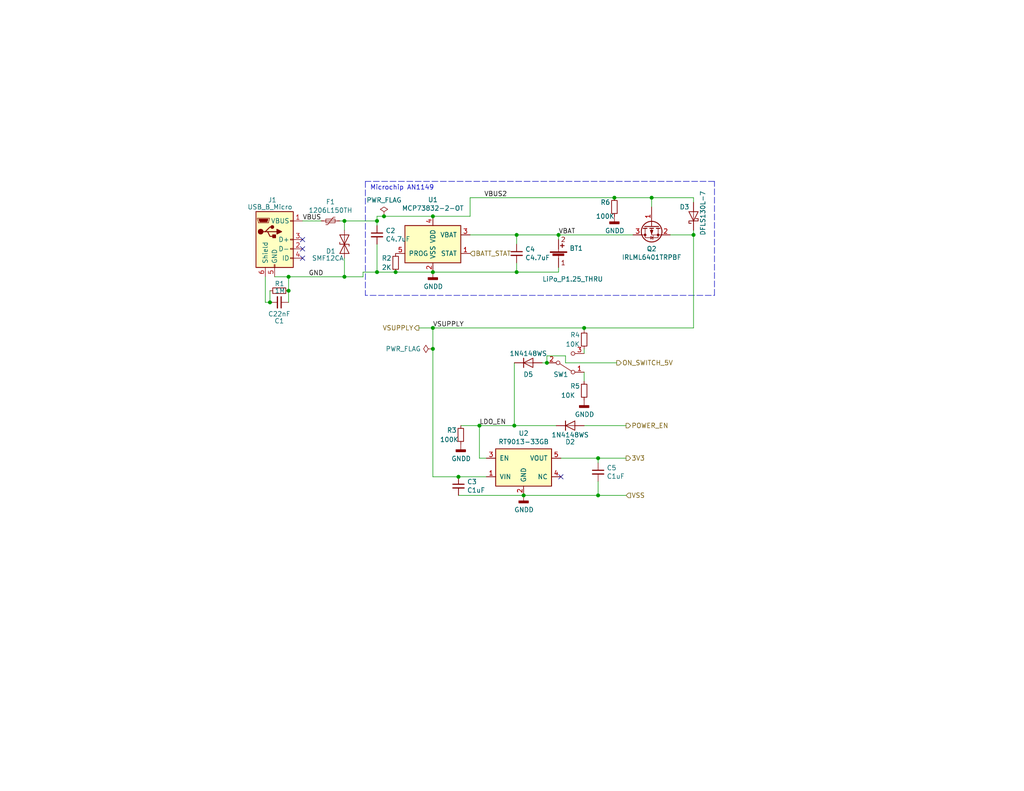
<source format=kicad_sch>
(kicad_sch (version 20210621) (generator eeschema)
  (paper "A")
  (title_block (title "Power and USB") (date "2019-11-10") (rev "A") (company "Justin Alexander"))
  (lib_symbols
    (symbol "Device:R_Small" (pin_numbers hide) (pin_names (offset 0.254) hide)
      (property "Reference" "R" (at 0.762 0.508 0))
      (property "Value" "R_Small" (at 0.762 -1.016 0))
      (symbol "R_Small_0_1"
        (rectangle (start -0.762 1.778) (end 0.762 -1.778) (stroke (width 0.2032)))
      )
      (symbol "R_Small_1_1"
        (pin passive line (at 0 2.54 270) (length 0.762) (name "~") (number "1"))
        (pin passive line (at 0 -2.54 90) (length 0.762) (name "~") (number "2"))
      )
    )
    (symbol "parts-lib:1206L150TH" (pin_numbers hide) (pin_names (offset 0))
      (property "Reference" "F" (at -1.905 0 90))
      (property "Value" "1206L150TH" (at 1.905 0 90))
      (symbol "1206L150TH_0_1"
        (rectangle (start -0.508 1.27) (end 0.508 -1.27))
        (polyline (pts (xy 0 2.54) (xy 0 -2.54)))
        (polyline (pts (xy -1.016 1.27) (xy -1.016 0.762) (xy 1.016 -0.762) (xy 1.016 -1.27)))
      )
      (symbol "1206L150TH_1_1"
        (pin passive line (at 0 2.54 270) (length 0.635) (name "~") (number "1"))
        (pin passive line (at 0 -2.54 90) (length 0.635) (name "~") (number "2"))
      )
    )
    (symbol "parts-lib:1N4148WS" (pin_numbers hide) (pin_names (offset 1.016) hide)
      (property "Reference" "D" (at 0 2.54 0))
      (property "Value" "1N4148WS" (at 0 -2.54 0))
      (symbol "1N4148WS_0_1"
        (polyline (pts (xy -1.27 1.27) (xy -1.27 -1.27)) (stroke (width 0.254)))
        (polyline (pts (xy 1.27 0) (xy -1.27 0)))
        (polyline (pts (xy 1.27 1.27) (xy 1.27 -1.27) (xy -1.27 0) (xy 1.27 1.27)) (stroke (width 0.2032)))
      )
      (symbol "1N4148WS_1_1"
        (pin passive line (at -3.81 0 0) (length 2.54) (name "K") (number "1"))
        (pin passive line (at 3.81 0 180) (length 2.54) (name "A") (number "2"))
      )
    )
    (symbol "parts-lib:C1uF" (pin_numbers hide) (pin_names (offset 0.254) hide)
      (property "Reference" "C" (at 0.254 1.778 0))
      (property "Value" "C1uF" (at 0.254 -2.032 0))
      (symbol "C1uF_0_1"
        (polyline (pts (xy -1.524 -0.508) (xy 1.524 -0.508)) (stroke (width 0.3302)))
        (polyline (pts (xy -1.524 0.508) (xy 1.524 0.508)) (stroke (width 0.3048)))
      )
      (symbol "C1uF_1_1"
        (pin passive line (at 0 2.54 270) (length 2.032) (name "~") (number "1"))
        (pin passive line (at 0 -2.54 90) (length 2.032) (name "~") (number "2"))
      )
    )
    (symbol "parts-lib:C22nF" (pin_numbers hide) (pin_names (offset 0.254) hide)
      (property "Reference" "C" (at 0.254 1.778 0))
      (property "Value" "C22nF" (at 0.254 -2.032 0))
      (symbol "C22nF_0_1"
        (polyline (pts (xy -1.524 -0.508) (xy 1.524 -0.508)) (stroke (width 0.3302)))
        (polyline (pts (xy -1.524 0.508) (xy 1.524 0.508)) (stroke (width 0.3048)))
      )
      (symbol "C22nF_1_1"
        (pin passive line (at 0 2.54 270) (length 2.032) (name "~") (number "1"))
        (pin passive line (at 0 -2.54 90) (length 2.032) (name "~") (number "2"))
      )
    )
    (symbol "parts-lib:C4.7uF" (pin_numbers hide) (pin_names (offset 0.254) hide)
      (property "Reference" "C" (at 0.254 1.778 0))
      (property "Value" "C4.7uF" (at 0.254 -2.032 0))
      (symbol "C4.7uF_0_1"
        (polyline (pts (xy -1.524 -0.508) (xy 1.524 -0.508)) (stroke (width 0.3302)))
        (polyline (pts (xy -1.524 0.508) (xy 1.524 0.508)) (stroke (width 0.3048)))
      )
      (symbol "C4.7uF_1_1"
        (pin passive line (at 0 2.54 270) (length 2.032) (name "~") (number "1"))
        (pin passive line (at 0 -2.54 90) (length 2.032) (name "~") (number "2"))
      )
    )
    (symbol "parts-lib:DFLS130L-7" (pin_numbers hide) (pin_names (offset 1.016) hide)
      (property "Reference" "D" (at 0 2.54 0))
      (property "Value" "DFLS130L-7" (at 0 -2.54 0))
      (symbol "DFLS130L-7_0_1"
        (polyline (pts (xy 1.27 0) (xy -1.27 0)))
        (polyline (pts (xy 1.27 1.27) (xy 1.27 -1.27) (xy -1.27 0) (xy 1.27 1.27)) (stroke (width 0.2032)))
        (polyline (pts (xy -1.905 0.635) (xy -1.905 1.27) (xy -1.27 1.27) (xy -1.27 -1.27) (xy -0.635 -1.27) (xy -0.635 -0.635)) (stroke (width 0.2032)))
      )
      (symbol "DFLS130L-7_1_1"
        (pin passive line (at -3.81 0 0) (length 2.54) (name "K") (number "1"))
        (pin passive line (at 3.81 0 180) (length 2.54) (name "A") (number "2"))
      )
    )
    (symbol "parts-lib:IRLML6401TRPBF" (pin_names (offset 0) hide)
      (property "Reference" "Q" (at 5.08 1.27 0))
      (property "Value" "IRLML6401TRPBF" (at 5.08 -1.27 0))
      (symbol "IRLML6401TRPBF_0_1"
        (circle (center 1.651 0) (radius 2.8194) (stroke (width 0.254)))
        (circle (center 2.54 -1.778) (radius 0.2794) (fill (type outline)))
        (circle (center 2.54 1.778) (radius 0.2794) (fill (type outline)))
        (polyline (pts (xy 0.0508 0) (xy 0.254 0)))
        (polyline (pts (xy 0.762 -1.778) (xy 2.54 -1.778)))
        (polyline (pts (xy 0.762 -1.27) (xy 0.762 -2.286)) (stroke (width 0.254)))
        (polyline (pts (xy 0.762 0) (xy 2.54 0)))
        (polyline (pts (xy 0.762 0.508) (xy 0.762 -0.508)) (stroke (width 0.254)))
        (polyline (pts (xy 0.762 1.778) (xy 2.54 1.778)))
        (polyline (pts (xy 0.762 2.286) (xy 0.762 1.27)) (stroke (width 0.254)))
        (polyline (pts (xy 2.54 -1.778) (xy 2.54 -2.54)))
        (polyline (pts (xy 2.54 -1.778) (xy 2.54 0)))
        (polyline (pts (xy 2.54 2.54) (xy 2.54 1.778)))
        (polyline (pts (xy 0.254 1.905) (xy 0.254 -1.905) (xy 0.254 -1.905)) (stroke (width 0.254)))
        (polyline (pts (xy 2.54 -1.778) (xy 3.302 -1.778) (xy 3.302 1.778) (xy 2.54 1.778)))
        (polyline (pts (xy 2.794 -0.508) (xy 2.921 -0.381) (xy 3.683 -0.381) (xy 3.81 -0.254)))
        (polyline (pts (xy 3.302 -0.381) (xy 2.921 0.254) (xy 3.683 0.254) (xy 3.302 -0.381)))
        (polyline (pts (xy 2.286 0) (xy 1.27 -0.381) (xy 1.27 0.381) (xy 2.286 0)) (fill (type outline)))
      )
      (symbol "IRLML6401TRPBF_1_1"
        (pin input line (at -5.08 0 0) (length 5.08) (name "G") (number "1"))
        (pin passive line (at 2.54 -5.08 90) (length 2.54) (name "S") (number "2"))
        (pin passive line (at 2.54 5.08 270) (length 2.54) (name "D") (number "3"))
      )
    )
    (symbol "parts-lib:LiPo_P1.25_THRU" (pin_numbers hide) (pin_names (offset 0) hide)
      (property "Reference" "BT" (at 2.54 2.54 0))
      (property "Value" "LiPo_P1.25_THRU" (at 2.54 0 0))
      (symbol "LiPo_P1.25_THRU_0_0"
        (text "1" (at 1.27 -1.27 0) (effects (font (size 1.27 1.27))))
        (text "2" (at 1.27 5.08 0) (effects (font (size 1.27 1.27))))
      )
      (symbol "LiPo_P1.25_THRU_0_1"
        (rectangle (start -2.286 1.778) (end 2.286 1.524) (fill (type outline)))
        (rectangle (start -1.5748 1.1938) (end 1.4732 0.6858) (fill (type outline)))
        (polyline (pts (xy 0 0.762) (xy 0 0)))
        (polyline (pts (xy 0 1.778) (xy 0 2.54)))
        (polyline (pts (xy 0.508 3.429) (xy 1.524 3.429)) (stroke (width 0.254)))
        (polyline (pts (xy 1.016 3.937) (xy 1.016 2.921)) (stroke (width 0.254)))
      )
      (symbol "LiPo_P1.25_THRU_1_1"
        (pin passive line (at 0 -2.54 90) (length 2.54) (name "-") (number "1"))
        (pin passive line (at 0 5.08 270) (length 2.54) (name "+") (number "2"))
      )
    )
    (symbol "parts-lib:MCP73832-2-OT" (pin_names (offset 1.016))
      (property "Reference" "U" (at -7.62 6.35 0))
      (property "Value" "MCP73832-2-OT" (at 1.27 6.35 0))
      (symbol "MCP73832-2-OT_0_1"
        (rectangle (start -7.62 5.08) (end 7.62 -5.08) (stroke (width 0.254)) (fill (type background)))
      )
      (symbol "MCP73832-2-OT_1_1"
        (pin open_collector line (at 10.16 -2.54 180) (length 2.54) (name "STAT") (number "1"))
        (pin power_in line (at 0 -7.62 90) (length 2.54) (name "VSS") (number "2"))
        (pin power_out line (at 10.16 2.54 180) (length 2.54) (name "VBAT") (number "3"))
        (pin power_in line (at 0 7.62 270) (length 2.54) (name "VDD") (number "4"))
        (pin input line (at -10.16 -2.54 0) (length 2.54) (name "PROG") (number "5"))
      )
    )
    (symbol "parts-lib:RT9013-33GB" (pin_names (offset 1.016))
      (property "Reference" "U" (at -7.62 6.35 0))
      (property "Value" "RT9013-33GB" (at 0 6.35 0))
      (symbol "RT9013-33GB_0_1"
        (rectangle (start -7.62 5.08) (end 7.62 -5.08) (stroke (width 0.254)) (fill (type background)))
      )
      (symbol "RT9013-33GB_1_1"
        (pin power_in line (at -10.16 -2.54 0) (length 2.54) (name "VIN") (number "1"))
        (pin power_in line (at 0 -7.62 90) (length 2.54) (name "GND") (number "2"))
        (pin input line (at -10.16 2.54 0) (length 2.54) (name "EN") (number "3"))
        (pin input line (at 10.16 -2.54 180) (length 2.54) (name "NC") (number "4"))
        (pin power_out line (at 10.16 2.54 180) (length 2.54) (name "VOUT") (number "5"))
      )
    )
    (symbol "parts-lib:SMF12CA" (pin_numbers hide) (pin_names (offset 1.016) hide)
      (property "Reference" "D" (at 0 2.54 0))
      (property "Value" "SMF12CA" (at 0 -2.54 0))
      (symbol "SMF12CA_0_1"
        (polyline (pts (xy 1.27 0) (xy -1.27 0)))
        (polyline (pts (xy -2.54 -1.27) (xy 0 0) (xy -2.54 1.27) (xy -2.54 -1.27)) (stroke (width 0.2032)))
        (polyline (pts (xy 0.508 1.27) (xy 0 1.27) (xy 0 -1.27) (xy -0.508 -1.27)) (stroke (width 0.2032)))
        (polyline (pts (xy 2.54 1.27) (xy 2.54 -1.27) (xy 0 0) (xy 2.54 1.27)) (stroke (width 0.2032)))
      )
      (symbol "SMF12CA_1_1"
        (pin passive line (at -3.81 0 0) (length 2.54) (name "A1") (number "1"))
        (pin passive line (at 3.81 0 180) (length 2.54) (name "A2") (number "2"))
      )
    )
    (symbol "parts-lib:SW_SPDT" (pin_names (offset 0) hide)
      (property "Reference" "SW" (at 0 4.318 0))
      (property "Value" "SW_SPDT" (at 0 -5.08 0))
      (symbol "SW_SPDT_0_0"
        (circle (center -2.032 0) (radius 0.508))
        (circle (center 2.032 -2.54) (radius 0.508))
      )
      (symbol "SW_SPDT_0_1"
        (circle (center 2.032 2.54) (radius 0.508))
        (polyline (pts (xy -1.524 0.254) (xy 1.651 2.286)))
      )
      (symbol "SW_SPDT_1_1"
        (pin passive line (at 5.08 2.54 180) (length 2.54) (name "A") (number "1"))
        (pin passive line (at -5.08 0 0) (length 2.54) (name "B") (number "2"))
        (pin passive line (at 5.08 -2.54 180) (length 2.54) (name "C") (number "3"))
      )
    )
    (symbol "parts-lib:USB_B_Micro" (pin_names (offset 1.016))
      (property "Reference" "J" (at -5.08 11.43 0))
      (property "Value" "USB_B_Micro" (at -5.08 8.89 0))
      (symbol "USB_B_Micro_0_1"
        (circle (center -3.81 2.159) (radius 0.635) (stroke (width 0.254)) (fill (type outline)))
        (circle (center -0.635 3.429) (radius 0.381) (stroke (width 0.254)) (fill (type outline)))
        (rectangle (start -0.127 -7.62) (end 0.127 -6.858))
        (rectangle (start 5.08 -5.207) (end 4.318 -4.953))
        (rectangle (start 5.08 -2.667) (end 4.318 -2.413))
        (rectangle (start 5.08 -0.127) (end 4.318 0.127))
        (rectangle (start 5.08 4.953) (end 4.318 5.207))
        (rectangle (start 0.254 1.27) (end -0.508 0.508) (stroke (width 0.254)) (fill (type outline)))
        (rectangle (start -5.08 -7.62) (end 5.08 7.62) (stroke (width 0.254)) (fill (type background)))
        (polyline (pts (xy -1.905 2.159) (xy 0.635 2.159)) (stroke (width 0.254)))
        (polyline (pts (xy -3.175 2.159) (xy -2.54 2.159) (xy -1.27 3.429) (xy -0.635 3.429)) (stroke (width 0.254)))
        (polyline (pts (xy -2.54 2.159) (xy -1.905 2.159) (xy -1.27 0.889) (xy 0 0.889)) (stroke (width 0.254)))
        (polyline (pts (xy -4.699 5.842) (xy -4.699 5.588) (xy -4.445 4.826) (xy -4.445 4.572) (xy -1.651 4.572) (xy -1.651 4.826) (xy -1.397 5.588) (xy -1.397 5.842) (xy -4.699 5.842)))
        (polyline (pts (xy 0.635 2.794) (xy 0.635 1.524) (xy 1.905 2.159) (xy 0.635 2.794)) (stroke (width 0.254)) (fill (type outline)))
        (polyline (pts (xy -4.318 5.588) (xy -1.778 5.588) (xy -2.032 4.826) (xy -4.064 4.826) (xy -4.318 5.588)) (fill (type outline)))
      )
      (symbol "USB_B_Micro_1_1"
        (pin power_out line (at 7.62 5.08 180) (length 2.54) (name "VBUS") (number "1"))
        (pin passive line (at 7.62 -2.54 180) (length 2.54) (name "D-") (number "2"))
        (pin passive line (at 7.62 0 180) (length 2.54) (name "D+") (number "3"))
        (pin passive line (at 7.62 -5.08 180) (length 2.54) (name "ID") (number "4"))
        (pin power_out line (at 0 -10.16 90) (length 2.54) (name "GND") (number "5"))
        (pin passive line (at -2.54 -10.16 90) (length 2.54) (name "Shield") (number "6"))
      )
    )
    (symbol "power:GNDD" (power) (pin_names (offset 0))
      (property "Value" "GNDD" (at 0 -3.175 0))
      (symbol "GNDD_0_1"
        (rectangle (start -1.27 -1.524) (end 1.27 -2.032) (stroke (width 0.254)) (fill (type outline)))
        (polyline (pts (xy 0 0) (xy 0 -1.524)))
      )
      (symbol "GNDD_1_1"
        (pin power_in line (at 0 0 270) (length 0) hide (name "GNDD") (number "1"))
      )
    )
    (symbol "power:PWR_FLAG" (power) (pin_numbers hide) (pin_names (offset 0) hide)
      (property "Value" "PWR_FLAG" (at 0 3.81 0))
      (symbol "PWR_FLAG_0_0"
        (pin power_out line (at 0 0 90) (length 0) (name "pwr") (number "1"))
      )
      (symbol "PWR_FLAG_0_1"
        (polyline (pts (xy 0 0) (xy 0 1.27) (xy -1.016 1.905) (xy 0 2.54) (xy 1.016 1.905) (xy 0 1.27)))
      )
    )
  )
  (junction (at 73.66 82.55) (diameter 0.9144))
  (junction (at 78.74 75.565) (diameter 0.9144))
  (junction (at 78.74 79.375) (diameter 0.9144))
  (junction (at 93.98 60.325) (diameter 0.9144))
  (junction (at 93.98 75.565) (diameter 0.9144))
  (junction (at 102.87 60.325) (diameter 0.9144))
  (junction (at 102.87 74.295) (diameter 0.9144))
  (junction (at 104.775 59.055) (diameter 0.9144))
  (junction (at 107.95 74.295) (diameter 0.9144))
  (junction (at 118.11 59.055) (diameter 0.9144))
  (junction (at 118.11 74.295) (diameter 0.9144))
  (junction (at 118.11 89.535) (diameter 0.9144))
  (junction (at 118.11 95.25) (diameter 0.9144))
  (junction (at 125.095 130.175) (diameter 0.9144))
  (junction (at 130.81 116.205) (diameter 0.9144))
  (junction (at 140.335 116.205) (diameter 0.9144))
  (junction (at 140.97 64.135) (diameter 0.9144))
  (junction (at 140.97 74.295) (diameter 0.9144))
  (junction (at 142.875 135.255) (diameter 0.9144))
  (junction (at 149.225 99.06) (diameter 0.9144))
  (junction (at 152.4 64.135) (diameter 0.9144))
  (junction (at 159.385 89.535) (diameter 0.9144))
  (junction (at 163.195 125.095) (diameter 0.9144))
  (junction (at 163.195 135.255) (diameter 0.9144))
  (junction (at 167.64 53.975) (diameter 0.9144))
  (junction (at 177.8 53.975) (diameter 0.9144))
  (junction (at 189.23 64.135) (diameter 0.9144))
  (no_connect (at 82.55 65.405))
  (no_connect (at 82.55 67.945))
  (no_connect (at 82.55 70.485))
  (no_connect (at 153.035 130.175))
  (wire (pts (xy 72.39 75.565) (xy 72.39 82.55)))
  (wire (pts (xy 72.39 82.55) (xy 73.66 82.55)))
  (wire (pts (xy 73.66 79.375) (xy 73.66 82.55)))
  (wire (pts (xy 74.93 75.565) (xy 78.74 75.565)))
  (wire (pts (xy 78.74 75.565) (xy 78.74 79.375)))
  (wire (pts (xy 78.74 75.565) (xy 93.98 75.565)))
  (wire (pts (xy 78.74 79.375) (xy 78.74 82.55)))
  (wire (pts (xy 82.55 60.325) (xy 87.63 60.325)))
  (wire (pts (xy 93.98 60.325) (xy 92.71 60.325)))
  (wire (pts (xy 93.98 60.325) (xy 102.87 60.325)))
  (wire (pts (xy 93.98 62.865) (xy 93.98 60.325)))
  (wire (pts (xy 93.98 70.485) (xy 93.98 75.565)))
  (wire (pts (xy 93.98 75.565) (xy 99.06 75.565)))
  (wire (pts (xy 99.06 74.295) (xy 102.87 74.295)))
  (wire (pts (xy 99.06 75.565) (xy 99.06 74.295)))
  (wire (pts (xy 102.87 59.055) (xy 102.87 60.325)))
  (wire (pts (xy 102.87 59.055) (xy 104.775 59.055)))
  (wire (pts (xy 102.87 60.325) (xy 102.87 61.595)))
  (wire (pts (xy 102.87 66.675) (xy 102.87 74.295)))
  (wire (pts (xy 102.87 74.295) (xy 107.95 74.295)))
  (wire (pts (xy 104.775 59.055) (xy 118.11 59.055)))
  (wire (pts (xy 107.95 74.295) (xy 118.11 74.295)))
  (wire (pts (xy 114.3 89.535) (xy 118.11 89.535)))
  (wire (pts (xy 118.11 59.055) (xy 128.27 59.055)))
  (wire (pts (xy 118.11 74.295) (xy 140.97 74.295)))
  (wire (pts (xy 118.11 89.535) (xy 118.11 95.25)))
  (wire (pts (xy 118.11 89.535) (xy 159.385 89.535)))
  (wire (pts (xy 118.11 95.25) (xy 118.11 130.175)))
  (wire (pts (xy 118.11 130.175) (xy 125.095 130.175)))
  (wire (pts (xy 125.095 130.175) (xy 132.715 130.175)))
  (wire (pts (xy 125.095 135.255) (xy 142.875 135.255)))
  (wire (pts (xy 128.27 53.975) (xy 167.64 53.975)))
  (wire (pts (xy 128.27 59.055) (xy 128.27 53.975)))
  (wire (pts (xy 128.27 64.135) (xy 140.97 64.135)))
  (wire (pts (xy 130.81 116.205) (xy 125.73 116.205)))
  (wire (pts (xy 130.81 116.205) (xy 140.335 116.205)))
  (wire (pts (xy 130.81 125.095) (xy 130.81 116.205)))
  (wire (pts (xy 130.81 125.095) (xy 132.715 125.095)))
  (wire (pts (xy 140.335 99.06) (xy 140.335 116.205)))
  (wire (pts (xy 140.335 116.205) (xy 151.765 116.205)))
  (wire (pts (xy 140.97 64.135) (xy 140.97 66.675)))
  (wire (pts (xy 140.97 64.135) (xy 152.4 64.135)))
  (wire (pts (xy 140.97 71.755) (xy 140.97 74.295)))
  (wire (pts (xy 140.97 74.295) (xy 152.4 74.295)))
  (wire (pts (xy 142.875 135.255) (xy 163.195 135.255)))
  (wire (pts (xy 147.955 99.06) (xy 149.225 99.06)))
  (wire (pts (xy 149.225 97.155) (xy 154.305 97.155)))
  (wire (pts (xy 149.225 99.06) (xy 149.225 97.155)))
  (wire (pts (xy 152.4 64.135) (xy 152.4 65.405)))
  (wire (pts (xy 152.4 64.135) (xy 172.72 64.135)))
  (wire (pts (xy 152.4 73.025) (xy 152.4 74.295)))
  (wire (pts (xy 153.035 125.095) (xy 163.195 125.095)))
  (wire (pts (xy 154.305 97.155) (xy 154.305 99.06)))
  (wire (pts (xy 154.305 99.06) (xy 168.275 99.06)))
  (wire (pts (xy 159.385 89.535) (xy 159.385 90.17)))
  (wire (pts (xy 159.385 89.535) (xy 189.23 89.535)))
  (wire (pts (xy 159.385 95.25) (xy 159.385 96.52)))
  (wire (pts (xy 159.385 104.14) (xy 159.385 101.6)))
  (wire (pts (xy 159.385 116.205) (xy 170.815 116.205)))
  (wire (pts (xy 163.195 125.095) (xy 163.195 126.365)))
  (wire (pts (xy 163.195 125.095) (xy 170.815 125.095)))
  (wire (pts (xy 163.195 135.255) (xy 163.195 131.445)))
  (wire (pts (xy 163.195 135.255) (xy 170.815 135.255)))
  (wire (pts (xy 167.64 53.975) (xy 177.8 53.975)))
  (wire (pts (xy 177.8 53.975) (xy 177.8 56.515)))
  (wire (pts (xy 177.8 53.975) (xy 189.23 53.975)))
  (wire (pts (xy 182.88 64.135) (xy 189.23 64.135)))
  (wire (pts (xy 189.23 53.975) (xy 189.23 55.245)))
  (wire (pts (xy 189.23 64.135) (xy 189.23 62.865)))
  (wire (pts (xy 189.23 64.135) (xy 189.23 89.535)))
  (polyline (pts (xy 99.695 49.53) (xy 99.695 80.645)) (stroke (width 0) (type dash)))
  (polyline (pts (xy 99.695 80.645) (xy 100.33 80.645)) (stroke (width 0) (type dash)))
  (polyline (pts (xy 100.965 80.645) (xy 194.945 80.645)) (stroke (width 0) (type dash)))
  (polyline (pts (xy 194.945 49.53) (xy 99.695 49.53)) (stroke (width 0) (type dash)))
  (polyline (pts (xy 194.945 80.645) (xy 194.945 49.53)) (stroke (width 0) (type dash)))
  (text "Microchip AN1149" (at 100.965 52.07 0) (effects (font (size 1.27 1.27)) (justify left bottom)))
  (label "VBUS" (at 82.55 60.325 0))
  (label "GND" (at 88.265 75.565 180))
  (label "VSUPPLY" (at 118.11 89.535 0))
  (label "LDO_EN" (at 130.81 116.205 0))
  (label "VBUS2" (at 132.08 53.975 0))
  (label "VBAT" (at 152.4 64.135 0))
  (hierarchical_label "VSUPPLY" (shape output) (at 114.3 89.535 180))
  (hierarchical_label "BATT_STAT" (shape input) (at 128.27 69.215 0))
  (hierarchical_label "ON_SWITCH_5V" (shape output) (at 168.275 99.06 0))
  (hierarchical_label "POWER_EN" (shape output) (at 170.815 116.205 0))
  (hierarchical_label "3V3" (shape output) (at 170.815 125.095 0))
  (hierarchical_label "VSS" (shape input) (at 170.815 135.255 0))
  (symbol (lib_id "power:PWR_FLAG") (at 104.775 59.055 0) (unit 1)
    (property "Reference" "#FLG01" (effects hide))
    (property "Value" "PWR_FLAG" (at 104.775 54.6354 0))
  )
  (symbol (lib_id "power:PWR_FLAG") (at 118.11 95.25 90) (unit 1)
    (property "Reference" "#FLG02" (effects hide))
    (property "Value" "PWR_FLAG" (at 114.8588 95.25 90) (effects (justify left)))
  )
  (symbol (lib_id "power:GNDD") (at 118.11 74.295 0) (unit 1)
    (property "Reference" "#PWR01" (effects hide))
    (property "Value" "GNDD" (at 118.2116 78.232 0))
  )
  (symbol (lib_id "power:GNDD") (at 125.73 121.285 0) (unit 1)
    (property "Reference" "#PWR02" (effects hide))
    (property "Value" "GNDD" (at 125.8316 125.222 0))
  )
  (symbol (lib_id "power:GNDD") (at 142.875 135.255 0) (unit 1)
    (property "Reference" "#PWR03" (effects hide))
    (property "Value" "GNDD" (at 142.9766 139.192 0))
  )
  (symbol (lib_id "power:GNDD") (at 159.385 109.22 0) (unit 1)
    (property "Reference" "#PWR04" (effects hide))
    (property "Value" "GNDD" (at 159.4866 113.157 0))
  )
  (symbol (lib_id "power:GNDD") (at 167.64 59.055 0) (unit 1)
    (property "Reference" "#PWR05" (effects hide))
    (property "Value" "GNDD" (at 167.7416 62.992 0))
  )
  (symbol (lib_id "Device:R_Small") (at 76.2 79.375 270) (unit 1)
    (property "Reference" "R1" (at 74.93 77.47 90) (effects (justify left)))
    (property "Value" "1M" (at 74.93 79.375 90) (effects (justify left)))
    (property "Footprint" "Resistor_SMD:R_0603_1608Metric" (effects hide))
    (property "Notes" "I (mA) = 1000 (V) / R (kOhms)" (effects hide))
  )
  (symbol (lib_id "Device:R_Small") (at 107.95 71.755 0) (unit 1)
    (property "Reference" "R2" (at 104.14 70.485 0) (effects (justify left)))
    (property "Value" "2K" (at 104.14 73.025 0) (effects (justify left)))
    (property "Footprint" "Resistor_SMD:R_0603_1608Metric" (effects hide))
    (property "Notes" "I (mA) = 1000 (V) / R (kOhms)" (effects hide))
  )
  (symbol (lib_id "Device:R_Small") (at 125.73 118.745 0) (unit 1)
    (property "Reference" "R3" (at 121.92 117.475 0) (effects (justify left)))
    (property "Value" "100K" (at 120.015 120.015 0) (effects (justify left)))
    (property "Footprint" "Resistor_SMD:R_0603_1608Metric" (effects hide))
    (property "Notes" "I (mA) = 1000 (V) / R (kOhms)" (effects hide))
  )
  (symbol (lib_id "Device:R_Small") (at 159.385 92.71 0) (unit 1)
    (property "Reference" "R4" (at 155.575 91.44 0) (effects (justify left)))
    (property "Value" "10K" (at 154.305 93.98 0) (effects (justify left)))
    (property "Footprint" "Resistor_SMD:R_0603_1608Metric" (effects hide))
    (property "Notes" "I (mA) = 1000 (V) / R (kOhms)" (effects hide))
  )
  (symbol (lib_id "Device:R_Small") (at 159.385 106.68 0) (unit 1)
    (property "Reference" "R5" (at 155.575 105.41 0) (effects (justify left)))
    (property "Value" "10K" (at 153.035 107.95 0) (effects (justify left)))
    (property "Footprint" "Resistor_SMD:R_0603_1608Metric" (effects hide))
    (property "Notes" "I (mA) = 1000 (V) / R (kOhms)" (effects hide))
  )
  (symbol (lib_id "Device:R_Small") (at 167.64 56.515 0) (unit 1)
    (property "Reference" "R6" (at 163.83 55.245 0) (effects (justify left)))
    (property "Value" "100K" (at 162.56 59.055 0) (effects (justify left)))
    (property "Footprint" "Resistor_SMD:R_0603_1608Metric" (effects hide))
    (property "Notes" "I (mA) = 1000 (V) / R (kOhms)" (effects hide))
  )
  (symbol (lib_id "parts-lib:1206L150TH") (at 90.17 60.325 270) (unit 1)
    (property "Reference" "F1" (at 90.17 55.118 90))
    (property "Value" "1206L150TH" (at 90.17 57.4294 90))
    (property "Footprint" "Fuse:Fuse_1206_3216Metric" (effects hide))
    (property "Datasheet" "https://datasheet.lcsc.com/szlcsc/Littelfuse-1206L150THWR_C118413.pdf" (effects hide))
    (property "Part No." "1206L150TH" (effects hide))
    (property "Manufacturer" "LittleFuse" (effects hide))
    (property "Distributor" "LCSC" (effects hide))
    (property "Distributor Part No." "C118413" (effects hide))
    (property "Description" "PTC Resettable Fuse, 1206, 1.5A Ihold, 3.0A Itrip, .30s Time to trip, .04-.12 R" (effects hide))
  )
  (symbol (lib_id "parts-lib:C22nF") (at 76.2 82.55 270) (unit 1)
    (property "Reference" "C1" (at 76.2 87.63 90))
    (property "Value" "C22nF" (at 76.2 85.725 90))
    (property "Footprint" "Capacitor_SMD:C_0603_1608Metric" (effects hide))
    (property "Datasheet" "https://datasheet.lcsc.com/szlcsc/YAGEO-CC0603KRX7R9BB223_C106222.pdf" (effects hide))
    (property "Part No." "CC0603KRX7R9BB223" (effects hide))
    (property "Manufacturer" "Yageo" (effects hide))
    (property "Distributor" "LCSC" (effects hide))
    (property "Distributor Part No." "C389111" (effects hide))
  )
  (symbol (lib_id "parts-lib:C4.7uF") (at 102.87 64.135 0) (unit 1)
    (property "Reference" "C2" (at 105.2068 62.9666 0) (effects (justify left)))
    (property "Value" "C4.7uF" (at 105.2068 65.278 0) (effects (justify left)))
    (property "Footprint" "Capacitor_SMD:C_0805_2012Metric" (effects hide))
    (property "Datasheet" "https://datasheet.lcsc.com/szlcsc/YAGEO-CC0805KKX5R8BB475_C132173.pdf" (effects hide))
    (property "Part No." "CC0805KKX5R8BB475" (effects hide))
    (property "Manufacturer" "Yageo" (effects hide))
    (property "Distributor" "LCSC" (effects hide))
    (property "Distributor Part No." "C132173" (effects hide))
  )
  (symbol (lib_id "parts-lib:C1uF") (at 125.095 132.715 0) (unit 1)
    (property "Reference" "C3" (at 127.4318 131.5466 0) (effects (justify left)))
    (property "Value" "C1uF" (at 127.4318 133.858 0) (effects (justify left)))
    (property "Footprint" "Capacitor_SMD:C_0603_1608Metric" (effects hide))
    (property "Datasheet" "https://datasheet.lcsc.com/szlcsc/YAGEO-CC0603KRX7R7BB105_C106248.pdf" (effects hide))
    (property "Part No." "CC0603KRX7R7BB105" (effects hide))
    (property "Manufacturer" "Yageo" (effects hide))
    (property "Distributor" "LCSC" (effects hide))
    (property "Distributor Part No." "C272771" (effects hide))
  )
  (symbol (lib_id "parts-lib:C4.7uF") (at 140.97 69.215 0) (unit 1)
    (property "Reference" "C4" (at 143.3068 68.0466 0) (effects (justify left)))
    (property "Value" "C4.7uF" (at 143.3068 70.358 0) (effects (justify left)))
    (property "Footprint" "Capacitor_SMD:C_0805_2012Metric" (effects hide))
    (property "Datasheet" "https://datasheet.lcsc.com/szlcsc/YAGEO-CC0805KKX5R8BB475_C132173.pdf" (effects hide))
    (property "Part No." "CC0805KKX5R8BB475" (effects hide))
    (property "Manufacturer" "Yageo" (effects hide))
    (property "Distributor" "LCSC" (effects hide))
    (property "Distributor Part No." "C132173" (effects hide))
  )
  (symbol (lib_id "parts-lib:C1uF") (at 163.195 128.905 0) (unit 1)
    (property "Reference" "C5" (at 165.5318 127.7366 0) (effects (justify left)))
    (property "Value" "C1uF" (at 165.5318 130.048 0) (effects (justify left)))
    (property "Footprint" "Capacitor_SMD:C_0603_1608Metric" (effects hide))
    (property "Datasheet" "https://datasheet.lcsc.com/szlcsc/YAGEO-CC0603KRX7R7BB105_C106248.pdf" (effects hide))
    (property "Part No." "CC0603KRX7R7BB105" (effects hide))
    (property "Manufacturer" "Yageo" (effects hide))
    (property "Distributor" "LCSC" (effects hide))
    (property "Distributor Part No." "C272771" (effects hide))
  )
  (symbol (lib_id "parts-lib:SMF12CA") (at 93.98 66.675 270) (unit 1)
    (property "Reference" "D1" (at 88.9 68.58 90) (effects (justify left)))
    (property "Value" "SMF12CA" (at 85.09 70.485 90) (effects (justify left)))
    (property "Footprint" "Diode_SMD:D_SOD-123F" (effects hide))
    (property "Datasheet" "https://datasheet.lcsc.com/szlcsc/1904291206_MDD-Jiangsu-Yutai-Elec-SMF12CA_C123801.pdf" (effects hide))
    (property "Part No." "SMF12CA" (effects hide))
    (property "Manufacturer" "Microdiode Electronics Tech" (effects hide))
    (property "Distributor" "LCSC" (effects hide))
    (property "Distributor Part No." "C123801" (effects hide))
    (property "Description" "Bi-directional TVS, 12V Reverse Standoff, 13.3V Breakdown, 19.9V Clamping (max) @ 10.1A Ipp (10/1000us)" (effects hide))
  )
  (symbol (lib_id "parts-lib:DFLS130L-7") (at 189.23 59.055 90) (unit 1)
    (property "Reference" "D3" (at 185.42 56.515 90) (effects (justify right)))
    (property "Value" "DFLS130L-7" (at 191.77 52.07 0) (effects (justify right)))
    (property "Footprint" "Diode_SMD:D_PowerDI-123" (effects hide))
    (property "Datasheet" "https://datasheet.lcsc.com/szlcsc/Diodes-Incorporated-DFLS130L-7_C110493.pdf" (effects hide))
    (property "Part No." "DFLS130L-7" (effects hide))
    (property "Manufacturer" "Diodes Incorporated" (effects hide))
    (property "Distributor" "LCSC" (effects hide))
    (property "Distributor Part No." "C110493" (effects hide))
    (property "Description" "Schottky Barrier Rectifier (1A Continuous Current) (.31V @ 1A FVD) (1mA @ 30V Reverse)" (effects hide))
  )
  (symbol (lib_id "parts-lib:1N4148WS") (at 144.145 99.06 0) (unit 1)
    (property "Reference" "D5" (at 144.145 102.235 0))
    (property "Value" "1N4148WS" (at 144.145 96.52 0))
    (property "Footprint" "Diode_SMD:D_SOD-323" (effects hide))
    (property "Datasheet" "https://datasheet.lcsc.com/szlcsc/Diodes-Incorporated-1N4148WS-7-F_C60580.pdf" (effects hide))
    (property "Part No." "1N4148WS-7-F" (effects hide))
    (property "Manufacturer" "Diodes Incorporated" (effects hide))
    (property "Distributor" "LCSC" (effects hide))
    (property "Distributor Part No." "C60580" (effects hide))
  )
  (symbol (lib_id "parts-lib:1N4148WS") (at 155.575 116.205 0) (unit 1)
    (property "Reference" "D2" (at 155.575 120.65 0))
    (property "Value" "1N4148WS" (at 155.575 118.745 0))
    (property "Footprint" "Diode_SMD:D_SOD-323" (effects hide))
    (property "Datasheet" "https://datasheet.lcsc.com/szlcsc/Diodes-Incorporated-1N4148WS-7-F_C60580.pdf" (effects hide))
    (property "Part No." "1N4148WS-7-F" (effects hide))
    (property "Manufacturer" "Diodes Incorporated" (effects hide))
    (property "Distributor" "LCSC" (effects hide))
    (property "Distributor Part No." "C60580" (effects hide))
  )
  (symbol (lib_id "parts-lib:LiPo_P1.25_THRU") (at 152.4 70.485 0) (unit 1)
    (property "Reference" "BT1" (at 155.3972 67.7926 0) (effects (justify left)))
    (property "Value" "LiPo_P1.25_THRU" (at 147.955 76.2 0) (effects (justify left)))
    (property "Footprint" "Connector_Molex:Molex_PicoBlade_53048-0410_1x02_P1.25mm_Horizontal" (effects hide))
    (property "Datasheet" "https://datasheet.lcsc.com/szlcsc/Joint-Tech-Elec-A1250WR-02P_C267514.pdf" (effects hide))
    (property "Part No." "A1250WR-02P" (effects hide))
    (property "Manufacturer" "Joint Tech Elec" (effects hide))
    (property "Distributor" "LCSC" (effects hide))
    (property "Distributor Part No." "C267514" (effects hide))
    (property "Description" "1.25mm pitch JST style LiPo battery connector - Through Hole - V+ on 2" (effects hide))
  )
  (symbol (lib_id "parts-lib:SW_SPDT") (at 154.305 99.06 0) (mirror x) (unit 1)
    (property "Reference" "SW1" (at 153.035 102.235 0))
    (property "Value" "SW_SPDT" (effects hide))
    (property "Footprint" "Button_Switch_THT:SW_CuK_OS102011MA1QN1_SPDT_Angled" (effects hide))
    (property "Datasheet" "https://datasheet.lcsc.com/szlcsc/1905211531_SHOU-HAN-SK12D07VG4_C393937.pdf" (effects hide))
    (property "Part No." "SK12D07VG4" (effects hide))
    (property "Manufacturer" "SHOU HAN" (effects hide))
    (property "Distributor" "LCSC" (effects hide))
    (property "Distributor Part No." "C393937" (effects hide))
  )
  (symbol (lib_id "parts-lib:IRLML6401TRPBF") (at 177.8 61.595 90) (mirror x) (unit 1)
    (property "Reference" "Q2" (at 177.8 67.945 90))
    (property "Value" "IRLML6401TRPBF" (at 177.8 70.2564 90))
    (property "Footprint" "Package_TO_SOT_SMD:SOT-23" (effects hide))
    (property "Datasheet" "https://datasheet.lcsc.com/szlcsc/International-Rectifier-IR-IRLML6401TRPBF_C3034.pdf" (effects hide))
    (property "Part No." "IRLML6401TRPBF" (effects hide))
    (property "Manufacturer" "International Rectifier" (effects hide))
    (property "Distributor" "LCSC" (effects hide))
    (property "Distributor Part No." "C3034" (effects hide))
    (property "Description" "MOSFET P Trench 12V 4.3A 950mV @ 250uA 50 mΩ @ 4.3A,4.5V (SOT-23-3) RoHS" (effects hide))
  )
  (symbol (lib_id "parts-lib:USB_B_Micro") (at 74.93 65.405 0) (unit 1)
    (property "Reference" "J1" (at 74.295 54.61 0))
    (property "Value" "USB_B_Micro" (at 73.66 56.515 0))
    (property "Footprint" "Connector_USB:USB_Micro-B_Molex_47346-0001" (effects hide))
    (property "Datasheet" "https://datasheet.lcsc.com/szlcsc/MOLEX-47346-0001_C132560.pdf" (effects hide))
    (property "Part No." "47346-0001" (effects hide))
    (property "Manufacturer" "Molex" (effects hide))
    (property "Distributor" "LCSC" (effects hide))
    (property "Distributor Part No." "C132560" (effects hide))
  )
  (symbol (lib_id "parts-lib:RT9013-33GB") (at 142.875 127.635 0) (unit 1)
    (property "Reference" "U2" (at 142.875 118.3132 0))
    (property "Value" "RT9013-33GB" (at 142.875 120.6246 0))
    (property "Footprint" "Package_TO_SOT_SMD:SOT-23-5" (effects hide))
    (property "Datasheet" "https://datasheet.lcsc.com/szlcsc/Richtek-Tech-RT9013-33GB_C47773.pdf" (effects hide))
    (property "Part No." "RT9013-33GB" (effects hide))
    (property "Manufacturer" "Richtek Tech" (effects hide))
    (property "Distributor" "LCSC" (effects hide))
    (property "Distributor Part No." "C47773" (effects hide))
    (property "Description" "3.3V Fixed LDO 250mv @ 500mA" (effects hide))
  )
  (symbol (lib_id "parts-lib:MCP73832-2-OT") (at 118.11 66.675 0) (unit 1)
    (property "Reference" "U1" (at 118.11 54.5338 0))
    (property "Value" "MCP73832-2-OT" (at 118.11 56.8452 0))
    (property "Footprint" "Package_TO_SOT_SMD:SOT-23-5" (effects hide))
    (property "Datasheet" "https://datasheet.lcsc.com/szlcsc/Microchip-Tech-MCP73832T-2ACI-OT_C38066.pdf" (effects hide))
    (property "Part No." "MCP73832T-2ACI/OT" (effects hide))
    (property "Manufacturer" "Microchip" (effects hide))
    (property "Distributor" "LCSC" (effects hide))
    (property "Distributor Part No." "C38066" (effects hide))
  )
)
</source>
